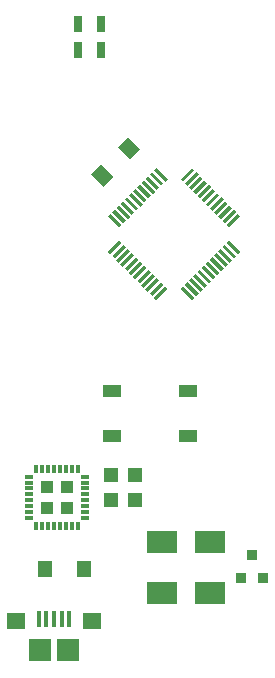
<source format=gbr>
G04 #@! TF.FileFunction,Paste,Top*
%FSLAX46Y46*%
G04 Gerber Fmt 4.6, Leading zero omitted, Abs format (unit mm)*
G04 Created by KiCad (PCBNEW 4.0.1-2.201512121406+6195~38~ubuntu14.04.1-stable) date Sun 27 Dec 2015 07:04:44 PM CET*
%MOMM*%
G01*
G04 APERTURE LIST*
%ADD10C,0.100000*%
%ADD11R,2.550160X1.851660*%
%ADD12R,1.249680X1.249680*%
%ADD13R,1.201420X1.450340*%
%ADD14R,0.450800X1.400800*%
%ADD15R,1.650800X1.450800*%
%ADD16R,1.950800X1.950800*%
%ADD17R,0.750800X0.300800*%
%ADD18R,0.300800X0.750800*%
%ADD19R,1.085800X1.085800*%
%ADD20R,0.850900X0.850900*%
%ADD21R,1.650800X1.050800*%
%ADD22R,0.750800X1.350800*%
G04 APERTURE END LIST*
D10*
D11*
X96807020Y-133350000D03*
X100804980Y-133350000D03*
X96807020Y-129032000D03*
X100804980Y-129032000D03*
D12*
X94521020Y-123317000D03*
X92422980Y-123317000D03*
X94521020Y-125476000D03*
X92422980Y-125476000D03*
D10*
G36*
X91599520Y-97036734D02*
X92625066Y-98062280D01*
X91775534Y-98911812D01*
X90749988Y-97886266D01*
X91599520Y-97036734D01*
X91599520Y-97036734D01*
G37*
G36*
X93898466Y-94737788D02*
X94924012Y-95763334D01*
X94074480Y-96612866D01*
X93048934Y-95587320D01*
X93898466Y-94737788D01*
X93898466Y-94737788D01*
G37*
D13*
X90144600Y-131318000D03*
X86893400Y-131318000D03*
D14*
X86330000Y-135526000D03*
X88280000Y-135526000D03*
X87630000Y-135526000D03*
X86980000Y-135526000D03*
X88930000Y-135526000D03*
D15*
X84430000Y-135726000D03*
X90830000Y-135726000D03*
D16*
X86430000Y-138176000D03*
X88830000Y-138176000D03*
D10*
G36*
X96074700Y-97529111D02*
X96287398Y-97316413D01*
X97242558Y-98271573D01*
X97029860Y-98484271D01*
X96074700Y-97529111D01*
X96074700Y-97529111D01*
G37*
G36*
X95721147Y-97882664D02*
X95933845Y-97669966D01*
X96889005Y-98625126D01*
X96676307Y-98837824D01*
X95721147Y-97882664D01*
X95721147Y-97882664D01*
G37*
G36*
X95367593Y-98236218D02*
X95580291Y-98023520D01*
X96535451Y-98978680D01*
X96322753Y-99191378D01*
X95367593Y-98236218D01*
X95367593Y-98236218D01*
G37*
G36*
X95014040Y-98589771D02*
X95226738Y-98377073D01*
X96181898Y-99332233D01*
X95969200Y-99544931D01*
X95014040Y-98589771D01*
X95014040Y-98589771D01*
G37*
G36*
X94660487Y-98943324D02*
X94873185Y-98730626D01*
X95828345Y-99685786D01*
X95615647Y-99898484D01*
X94660487Y-98943324D01*
X94660487Y-98943324D01*
G37*
G36*
X94306933Y-99296878D02*
X94519631Y-99084180D01*
X95474791Y-100039340D01*
X95262093Y-100252038D01*
X94306933Y-99296878D01*
X94306933Y-99296878D01*
G37*
G36*
X93953380Y-99650431D02*
X94166078Y-99437733D01*
X95121238Y-100392893D01*
X94908540Y-100605591D01*
X93953380Y-99650431D01*
X93953380Y-99650431D01*
G37*
G36*
X93599826Y-100003985D02*
X93812524Y-99791287D01*
X94767684Y-100746447D01*
X94554986Y-100959145D01*
X93599826Y-100003985D01*
X93599826Y-100003985D01*
G37*
G36*
X93246273Y-100357538D02*
X93458971Y-100144840D01*
X94414131Y-101100000D01*
X94201433Y-101312698D01*
X93246273Y-100357538D01*
X93246273Y-100357538D01*
G37*
G36*
X92892720Y-100711091D02*
X93105418Y-100498393D01*
X94060578Y-101453553D01*
X93847880Y-101666251D01*
X92892720Y-100711091D01*
X92892720Y-100711091D01*
G37*
G36*
X92539166Y-101064645D02*
X92751864Y-100851947D01*
X93707024Y-101807107D01*
X93494326Y-102019805D01*
X92539166Y-101064645D01*
X92539166Y-101064645D01*
G37*
G36*
X92185613Y-101418198D02*
X92398311Y-101205500D01*
X93353471Y-102160660D01*
X93140773Y-102373358D01*
X92185613Y-101418198D01*
X92185613Y-101418198D01*
G37*
G36*
X92398311Y-104636100D02*
X92185613Y-104423402D01*
X93140773Y-103468242D01*
X93353471Y-103680940D01*
X92398311Y-104636100D01*
X92398311Y-104636100D01*
G37*
G36*
X92751864Y-104989653D02*
X92539166Y-104776955D01*
X93494326Y-103821795D01*
X93707024Y-104034493D01*
X92751864Y-104989653D01*
X92751864Y-104989653D01*
G37*
G36*
X93105418Y-105343207D02*
X92892720Y-105130509D01*
X93847880Y-104175349D01*
X94060578Y-104388047D01*
X93105418Y-105343207D01*
X93105418Y-105343207D01*
G37*
G36*
X93458971Y-105696760D02*
X93246273Y-105484062D01*
X94201433Y-104528902D01*
X94414131Y-104741600D01*
X93458971Y-105696760D01*
X93458971Y-105696760D01*
G37*
G36*
X93812524Y-106050313D02*
X93599826Y-105837615D01*
X94554986Y-104882455D01*
X94767684Y-105095153D01*
X93812524Y-106050313D01*
X93812524Y-106050313D01*
G37*
G36*
X94166078Y-106403867D02*
X93953380Y-106191169D01*
X94908540Y-105236009D01*
X95121238Y-105448707D01*
X94166078Y-106403867D01*
X94166078Y-106403867D01*
G37*
G36*
X94519631Y-106757420D02*
X94306933Y-106544722D01*
X95262093Y-105589562D01*
X95474791Y-105802260D01*
X94519631Y-106757420D01*
X94519631Y-106757420D01*
G37*
G36*
X94873185Y-107110974D02*
X94660487Y-106898276D01*
X95615647Y-105943116D01*
X95828345Y-106155814D01*
X94873185Y-107110974D01*
X94873185Y-107110974D01*
G37*
G36*
X95226738Y-107464527D02*
X95014040Y-107251829D01*
X95969200Y-106296669D01*
X96181898Y-106509367D01*
X95226738Y-107464527D01*
X95226738Y-107464527D01*
G37*
G36*
X95580291Y-107818080D02*
X95367593Y-107605382D01*
X96322753Y-106650222D01*
X96535451Y-106862920D01*
X95580291Y-107818080D01*
X95580291Y-107818080D01*
G37*
G36*
X95933845Y-108171634D02*
X95721147Y-107958936D01*
X96676307Y-107003776D01*
X96889005Y-107216474D01*
X95933845Y-108171634D01*
X95933845Y-108171634D01*
G37*
G36*
X96287398Y-108525187D02*
X96074700Y-108312489D01*
X97029860Y-107357329D01*
X97242558Y-107570027D01*
X96287398Y-108525187D01*
X96287398Y-108525187D01*
G37*
G36*
X98337442Y-107570027D02*
X98550140Y-107357329D01*
X99505300Y-108312489D01*
X99292602Y-108525187D01*
X98337442Y-107570027D01*
X98337442Y-107570027D01*
G37*
G36*
X98690995Y-107216474D02*
X98903693Y-107003776D01*
X99858853Y-107958936D01*
X99646155Y-108171634D01*
X98690995Y-107216474D01*
X98690995Y-107216474D01*
G37*
G36*
X99044549Y-106862920D02*
X99257247Y-106650222D01*
X100212407Y-107605382D01*
X99999709Y-107818080D01*
X99044549Y-106862920D01*
X99044549Y-106862920D01*
G37*
G36*
X99398102Y-106509367D02*
X99610800Y-106296669D01*
X100565960Y-107251829D01*
X100353262Y-107464527D01*
X99398102Y-106509367D01*
X99398102Y-106509367D01*
G37*
G36*
X99751655Y-106155814D02*
X99964353Y-105943116D01*
X100919513Y-106898276D01*
X100706815Y-107110974D01*
X99751655Y-106155814D01*
X99751655Y-106155814D01*
G37*
G36*
X100105209Y-105802260D02*
X100317907Y-105589562D01*
X101273067Y-106544722D01*
X101060369Y-106757420D01*
X100105209Y-105802260D01*
X100105209Y-105802260D01*
G37*
G36*
X100458762Y-105448707D02*
X100671460Y-105236009D01*
X101626620Y-106191169D01*
X101413922Y-106403867D01*
X100458762Y-105448707D01*
X100458762Y-105448707D01*
G37*
G36*
X100812316Y-105095153D02*
X101025014Y-104882455D01*
X101980174Y-105837615D01*
X101767476Y-106050313D01*
X100812316Y-105095153D01*
X100812316Y-105095153D01*
G37*
G36*
X101165869Y-104741600D02*
X101378567Y-104528902D01*
X102333727Y-105484062D01*
X102121029Y-105696760D01*
X101165869Y-104741600D01*
X101165869Y-104741600D01*
G37*
G36*
X101519422Y-104388047D02*
X101732120Y-104175349D01*
X102687280Y-105130509D01*
X102474582Y-105343207D01*
X101519422Y-104388047D01*
X101519422Y-104388047D01*
G37*
G36*
X101872976Y-104034493D02*
X102085674Y-103821795D01*
X103040834Y-104776955D01*
X102828136Y-104989653D01*
X101872976Y-104034493D01*
X101872976Y-104034493D01*
G37*
G36*
X102226529Y-103680940D02*
X102439227Y-103468242D01*
X103394387Y-104423402D01*
X103181689Y-104636100D01*
X102226529Y-103680940D01*
X102226529Y-103680940D01*
G37*
G36*
X102439227Y-102373358D02*
X102226529Y-102160660D01*
X103181689Y-101205500D01*
X103394387Y-101418198D01*
X102439227Y-102373358D01*
X102439227Y-102373358D01*
G37*
G36*
X102085674Y-102019805D02*
X101872976Y-101807107D01*
X102828136Y-100851947D01*
X103040834Y-101064645D01*
X102085674Y-102019805D01*
X102085674Y-102019805D01*
G37*
G36*
X101732120Y-101666251D02*
X101519422Y-101453553D01*
X102474582Y-100498393D01*
X102687280Y-100711091D01*
X101732120Y-101666251D01*
X101732120Y-101666251D01*
G37*
G36*
X101378567Y-101312698D02*
X101165869Y-101100000D01*
X102121029Y-100144840D01*
X102333727Y-100357538D01*
X101378567Y-101312698D01*
X101378567Y-101312698D01*
G37*
G36*
X101025014Y-100959145D02*
X100812316Y-100746447D01*
X101767476Y-99791287D01*
X101980174Y-100003985D01*
X101025014Y-100959145D01*
X101025014Y-100959145D01*
G37*
G36*
X100671460Y-100605591D02*
X100458762Y-100392893D01*
X101413922Y-99437733D01*
X101626620Y-99650431D01*
X100671460Y-100605591D01*
X100671460Y-100605591D01*
G37*
G36*
X100317907Y-100252038D02*
X100105209Y-100039340D01*
X101060369Y-99084180D01*
X101273067Y-99296878D01*
X100317907Y-100252038D01*
X100317907Y-100252038D01*
G37*
G36*
X99964353Y-99898484D02*
X99751655Y-99685786D01*
X100706815Y-98730626D01*
X100919513Y-98943324D01*
X99964353Y-99898484D01*
X99964353Y-99898484D01*
G37*
G36*
X99610800Y-99544931D02*
X99398102Y-99332233D01*
X100353262Y-98377073D01*
X100565960Y-98589771D01*
X99610800Y-99544931D01*
X99610800Y-99544931D01*
G37*
G36*
X99257247Y-99191378D02*
X99044549Y-98978680D01*
X99999709Y-98023520D01*
X100212407Y-98236218D01*
X99257247Y-99191378D01*
X99257247Y-99191378D01*
G37*
G36*
X98903693Y-98837824D02*
X98690995Y-98625126D01*
X99646155Y-97669966D01*
X99858853Y-97882664D01*
X98903693Y-98837824D01*
X98903693Y-98837824D01*
G37*
G36*
X98550140Y-98484271D02*
X98337442Y-98271573D01*
X99292602Y-97316413D01*
X99505300Y-97529111D01*
X98550140Y-98484271D01*
X98550140Y-98484271D01*
G37*
D17*
X85484000Y-123472000D03*
X85484000Y-123972000D03*
X85484000Y-124472000D03*
X85484000Y-124972000D03*
X85484000Y-125472000D03*
X85484000Y-125972000D03*
X85484000Y-126472000D03*
X85484000Y-126972000D03*
D18*
X86134000Y-127622000D03*
X86634000Y-127622000D03*
X87134000Y-127622000D03*
X87634000Y-127622000D03*
X88134000Y-127622000D03*
X88634000Y-127622000D03*
X89134000Y-127622000D03*
X89634000Y-127622000D03*
D17*
X90284000Y-126972000D03*
X90284000Y-126472000D03*
X90284000Y-125972000D03*
X90284000Y-125472000D03*
X90284000Y-124972000D03*
X90284000Y-124472000D03*
X90284000Y-123972000D03*
X90284000Y-123472000D03*
D18*
X89634000Y-122822000D03*
X89134000Y-122822000D03*
X88634000Y-122822000D03*
X88134000Y-122822000D03*
X87634000Y-122822000D03*
X87134000Y-122822000D03*
X86634000Y-122822000D03*
X86134000Y-122822000D03*
D19*
X88746500Y-126084500D03*
X88746500Y-124359500D03*
X87021500Y-126084500D03*
X87021500Y-124359500D03*
D20*
X103444000Y-132064760D03*
X105344000Y-132064760D03*
X104394000Y-130065780D03*
D21*
X92558000Y-116210000D03*
X98958000Y-116210000D03*
X92558000Y-120010000D03*
X98958000Y-120010000D03*
D22*
X89677200Y-87325200D03*
X91577200Y-87325200D03*
X89677200Y-85166200D03*
X91577200Y-85166200D03*
M02*

</source>
